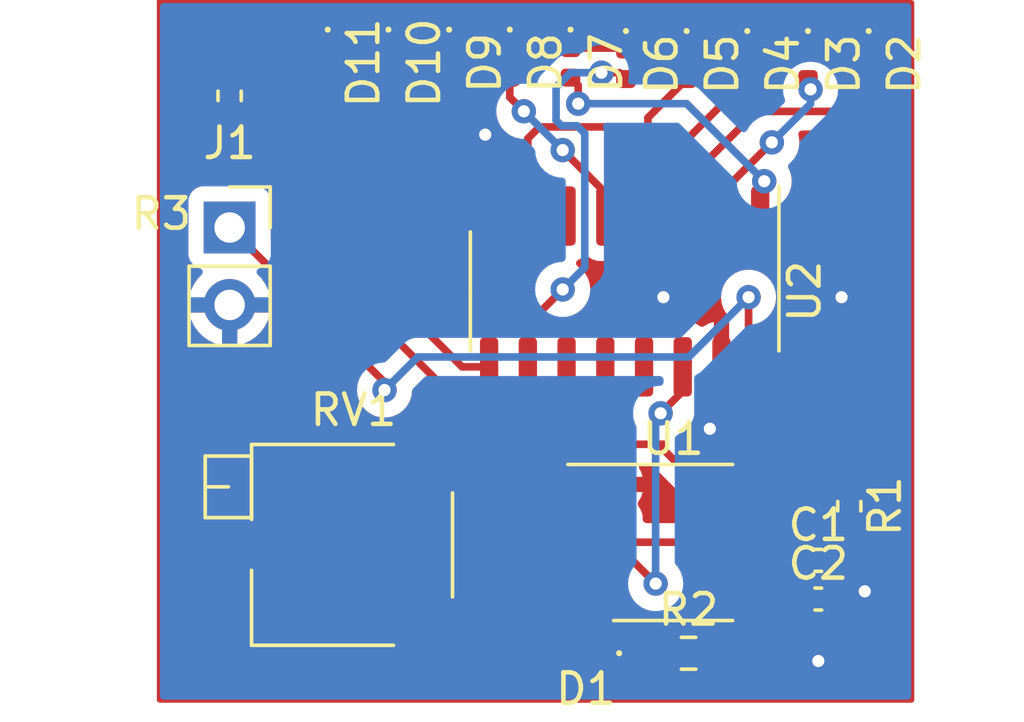
<source format=kicad_pcb>
(kicad_pcb (version 20221018) (generator pcbnew)
  (layers (0 "F.Cu" signal) (31 "B.Cu" signal) (34 "B.Paste" user) (35 "F.Paste" user) (36 "B.SilkS" user "B.Silkscreen") (37 "F.SilkS" user "F.Silkscreen") (38 "B.Mask" user) (39 "F.Mask" user) (44 "Edge.Cuts" user))
  (net 0 "")
  (net 1 "Net-(U1-TH)")
  (net 2 "GND")
  (net 3 "Net-(U1-CV)")
  (net 4 "Net-(D1-K)")
  (net 5 "Net-(D1-A)")
  (net 6 "Net-(D10-K)")
  (net 7 "Net-(D2-A)")
  (net 8 "Net-(D3-A)")
  (net 9 "Net-(D4-A)")
  (net 10 "Net-(D5-A)")
  (net 11 "Net-(D6-A)")
  (net 12 "Net-(D7-A)")
  (net 13 "Net-(D8-A)")
  (net 14 "Net-(D9-A)")
  (net 15 "Net-(D10-A)")
  (net 16 "Net-(D11-A)")
  (net 17 "+5V")
  (net 18 "Net-(U1-DC)")
  (footprint "Diode_SMD:D_0402_1005Metric" (layer "F.Cu") (at 143.004 56.319 -90)
    (fp_text reference "D7" (at 0 -1.17 90) (layer "F.SilkS"))
    (fp_text value "~")
    (fp_circle (center -1.09 0) (end -1.04 0) (stroke (width 0.1)) (fill none) (layer "F.SilkS"))
    (pad "1" smd roundrect (at -0.485 0 270) (size 0.59 0.64) (layers "F.Cu" "F.Paste" "F.Mask") (net 6 "Net-(D10-K)"))
    (pad "2" smd roundrect (at 0.485 0 270) (size 0.59 0.64) (layers "F.Cu" "F.Paste" "F.Mask") (net 12 "Net-(D7-A)"))
  )
  (footprint "Potentiometer_SMD:Potentiometer_Bourns_3269P_Horizontal" (layer "F.Cu") (at 135.89 72.136)
    (fp_text reference "RV1" (at 0 -4.425) (layer "F.SilkS"))
    (fp_text value "10k")
    (fp_line (start -4.865 -2.915) (end -4.865 -0.895) (stroke (width 0.12)) (layer "F.SilkS"))
    (fp_line (start -4.865 -2.915) (end -3.346 -2.915) (stroke (width 0.12)) (layer "F.SilkS"))
    (fp_line (start -4.865 -1.905) (end -4.106 -1.905) (stroke (width 0.12)) (layer "F.SilkS"))
    (fp_line (start -4.865 -0.895) (end -3.346 -0.895) (stroke (width 0.12)) (layer "F.SilkS"))
    (fp_line (start -3.346 -2.915) (end -3.346 -0.895) (stroke (width 0.12)) (layer "F.SilkS"))
    (fp_line (start -3.345 -3.295) (end -3.345 -0.835) (stroke (width 0.12)) (layer "F.SilkS"))
    (fp_line (start -3.345 -3.295) (end 1.31 -3.295) (stroke (width 0.12)) (layer "F.SilkS"))
    (fp_line (start -3.345 0.835) (end -3.345 3.295) (stroke (width 0.12)) (layer "F.SilkS"))
    (fp_line (start -3.345 3.295) (end 1.31 3.295) (stroke (width 0.12)) (layer "F.SilkS"))
    (fp_line (start 3.245 -1.705) (end 3.245 1.705) (stroke (width 0.12)) (layer "F.SilkS"))
    (pad "1" smd rect (at 3.2 -2.54) (size 3.3 1.19) (layers "F.Cu" "F.Paste" "F.Mask") (net 18 "Net-(U1-DC)"))
    (pad "2" smd rect (at -3.2 0) (size 3.3 1.19) (layers "F.Cu" "F.Paste" "F.Mask") (net 1 "Net-(U1-TH)"))
    (pad "3" smd rect (at 3.2 2.54) (size 3.3 1.19) (layers "F.Cu" "F.Paste" "F.Mask") (net 1 "Net-(U1-TH)"))
  )
  (footprint "Diode_SMD:D_0402_1005Metric" (layer "F.Cu") (at 143.51 75.692 180)
    (fp_text reference "D1" (at 0 -1.17) (layer "F.SilkS"))
    (fp_text value "~")
    (fp_circle (center -1.09 0) (end -1.04 0) (stroke (width 0.1)) (fill none) (layer "F.SilkS"))
    (pad "1" smd roundrect (at -0.485 0 180) (size 0.59 0.64) (layers "F.Cu" "F.Paste" "F.Mask") (net 4 "Net-(D1-K)"))
    (pad "2" smd roundrect (at 0.485 0 180) (size 0.59 0.64) (layers "F.Cu" "F.Paste" "F.Mask") (net 5 "Net-(D1-A)"))
  )
  (footprint "Diode_SMD:D_0402_1005Metric" (layer "F.Cu") (at 135.044 56.319 -90)
    (fp_text reference "D11" (at 0 -1.17 90) (layer "F.SilkS"))
    (fp_text value "~")
    (fp_circle (center -1.09 0) (end -1.04 0) (stroke (width 0.1)) (fill none) (layer "F.SilkS"))
    (pad "1" smd roundrect (at -0.485 0 270) (size 0.59 0.64) (layers "F.Cu" "F.Paste" "F.Mask") (net 6 "Net-(D10-K)"))
    (pad "2" smd roundrect (at 0.485 0 270) (size 0.59 0.64) (layers "F.Cu" "F.Paste" "F.Mask") (net 16 "Net-(D11-A)"))
  )
  (footprint "Resistor_SMD:R_0402_1005Metric" (layer "F.Cu") (at 152.146 70.866 -90)
    (fp_text reference "R1" (at 0 -1.17 90) (layer "F.SilkS"))
    (fp_text value "10k")
    (fp_line (start -0.153641 -0.38) (end 0.153641 -0.38) (stroke (width 0.12)) (layer "F.SilkS"))
    (fp_line (start -0.153641 0.38) (end 0.153641 0.38) (stroke (width 0.12)) (layer "F.SilkS"))
    (pad "1" smd roundrect (at -0.51 0 270) (size 0.54 0.64) (layers "F.Cu" "F.Paste" "F.Mask") (net 17 "+5V"))
    (pad "2" smd roundrect (at 0.51 0 270) (size 0.54 0.64) (layers "F.Cu" "F.Paste" "F.Mask") (net 18 "Net-(U1-DC)"))
  )
  (footprint "Package_SO:SOIC-8_3.9x4.9mm_P1.27mm" (layer "F.Cu") (at 146.369 72.058)
    (fp_text reference "U1" (at 0 -3.4) (layer "F.SilkS"))
    (fp_text value "~")
    (fp_line (start 0 -2.56) (end -3.45 -2.56) (stroke (width 0.12)) (layer "F.SilkS"))
    (fp_line (start 0 -2.56) (end 1.95 -2.56) (stroke (width 0.12)) (layer "F.SilkS"))
    (fp_line (start 0 2.56) (end -1.95 2.56) (stroke (width 0.12)) (layer "F.SilkS"))
    (fp_line (start 0 2.56) (end 1.95 2.56) (stroke (width 0.12)) (layer "F.SilkS"))
    (pad "1" smd roundrect (at -2.475 -1.905) (size 1.95 0.6) (layers "F.Cu" "F.Paste" "F.Mask") (net 2 "GND"))
    (pad "2" smd roundrect (at -2.475 -0.635) (size 1.95 0.6) (layers "F.Cu" "F.Paste" "F.Mask") (net 1 "Net-(U1-TH)"))
    (pad "3" smd roundrect (at -2.475 0.635) (size 1.95 0.6) (layers "F.Cu" "F.Paste" "F.Mask") (net 5 "Net-(D1-A)"))
    (pad "4" smd roundrect (at -2.475 1.905) (size 1.95 0.6) (layers "F.Cu" "F.Paste" "F.Mask") (net 17 "+5V"))
    (pad "5" smd roundrect (at 2.475 1.905) (size 1.95 0.6) (layers "F.Cu" "F.Paste" "F.Mask") (net 3 "Net-(U1-CV)"))
    (pad "6" smd roundrect (at 2.475 0.635) (size 1.95 0.6) (layers "F.Cu" "F.Paste" "F.Mask") (net 1 "Net-(U1-TH)"))
    (pad "7" smd roundrect (at 2.475 -0.635) (size 1.95 0.6) (layers "F.Cu" "F.Paste" "F.Mask") (net 18 "Net-(U1-DC)"))
    (pad "8" smd roundrect (at 2.475 -1.905) (size 1.95 0.6) (layers "F.Cu" "F.Paste" "F.Mask") (net 17 "+5V"))
  )
  (footprint "Diode_SMD:D_0402_1005Metric" (layer "F.Cu") (at 141.014 56.319 -90)
    (fp_text reference "D8" (at 0 -1.17 90) (layer "F.SilkS"))
    (fp_text value "~")
    (fp_circle (center -1.09 0) (end -1.04 0) (stroke (width 0.1)) (fill none) (layer "F.SilkS"))
    (pad "1" smd roundrect (at -0.485 0 270) (size 0.59 0.64) (layers "F.Cu" "F.Paste" "F.Mask") (net 6 "Net-(D10-K)"))
    (pad "2" smd roundrect (at 0.485 0 270) (size 0.59 0.64) (layers "F.Cu" "F.Paste" "F.Mask") (net 13 "Net-(D8-A)"))
  )
  (footprint "Resistor_SMD:R_0603_1608Metric" (layer "F.Cu") (at 146.875 75.692)
    (fp_text reference "R2" (at 0 -1.43) (layer "F.SilkS"))
    (fp_text value "680R")
    (fp_line (start -0.237258 -0.5225) (end 0.237258 -0.5225) (stroke (width 0.12)) (layer "F.SilkS"))
    (fp_line (start -0.237258 0.5225) (end 0.237258 0.5225) (stroke (width 0.12)) (layer "F.SilkS"))
    (pad "1" smd roundrect (at -0.825 0) (size 0.8 0.95) (layers "F.Cu" "F.Paste" "F.Mask") (net 4 "Net-(D1-K)"))
    (pad "2" smd roundrect (at 0.825 0) (size 0.8 0.95) (layers "F.Cu" "F.Paste" "F.Mask") (net 2 "GND"))
  )
  (footprint "Diode_SMD:D_0402_1005Metric" (layer "F.Cu") (at 137.034 56.319 -90)
    (fp_text reference "D10" (at 0 -1.17 90) (layer "F.SilkS"))
    (fp_text value "~")
    (fp_circle (center -1.09 0) (end -1.04 0) (stroke (width 0.1)) (fill none) (layer "F.SilkS"))
    (pad "1" smd roundrect (at -0.485 0 270) (size 0.59 0.64) (layers "F.Cu" "F.Paste" "F.Mask") (net 6 "Net-(D10-K)"))
    (pad "2" smd roundrect (at 0.485 0 270) (size 0.59 0.64) (layers "F.Cu" "F.Paste" "F.Mask") (net 15 "Net-(D10-A)"))
  )
  (footprint "Diode_SMD:D_0402_1005Metric" (layer "F.Cu") (at 150.792 56.365 -90)
    (fp_text reference "D3" (at 0 -1.17 90) (layer "F.SilkS"))
    (fp_text value "~")
    (fp_circle (center -1.09 0) (end -1.04 0) (stroke (width 0.1)) (fill none) (layer "F.SilkS"))
    (pad "1" smd roundrect (at -0.485 0 270) (size 0.59 0.64) (layers "F.Cu" "F.Paste" "F.Mask") (net 6 "Net-(D10-K)"))
    (pad "2" smd roundrect (at 0.485 0 270) (size 0.59 0.64) (layers "F.Cu" "F.Paste" "F.Mask") (net 8 "Net-(D3-A)"))
  )
  (footprint "Diode_SMD:D_0402_1005Metric" (layer "F.Cu") (at 144.822 56.365 -90)
    (fp_text reference "D6" (at 0 -1.17 90) (layer "F.SilkS"))
    (fp_text value "~")
    (fp_circle (center -1.09 0) (end -1.04 0) (stroke (width 0.1)) (fill none) (layer "F.SilkS"))
    (pad "1" smd roundrect (at -0.485 0 270) (size 0.59 0.64) (layers "F.Cu" "F.Paste" "F.Mask") (net 6 "Net-(D10-K)"))
    (pad "2" smd roundrect (at 0.485 0 270) (size 0.59 0.64) (layers "F.Cu" "F.Paste" "F.Mask") (net 11 "Net-(D6-A)"))
  )
  (footprint "Connector_PinSocket_2.54mm:PinSocket_1x02_P2.54mm_Vertical" (layer "F.Cu") (at 131.826 61.722)
    (fp_text reference "J1" (at 0 -2.77) (layer "F.SilkS"))
    (fp_text value "Conn_01x02_Socket")
    (fp_line (start -1.33 1.27) (end -1.33 3.87) (stroke (width 0.12)) (layer "F.SilkS"))
    (fp_line (start -1.33 1.27) (end 1.33 1.27) (stroke (width 0.12)) (layer "F.SilkS"))
    (fp_line (start -1.33 3.87) (end 1.33 3.87) (stroke (width 0.12)) (layer "F.SilkS"))
    (fp_line (start 0 -1.33) (end 1.33 -1.33) (stroke (width 0.12)) (layer "F.SilkS"))
    (fp_line (start 1.33 -1.33) (end 1.33 0) (stroke (width 0.12)) (layer "F.SilkS"))
    (fp_line (start 1.33 1.27) (end 1.33 3.87) (stroke (width 0.12)) (layer "F.SilkS"))
    (pad "1" thru_hole rect (at 0 0) (size 1.7 1.7) (drill 1) (layers "*.Cu" "*.Mask") (net 17 "+5V"))
    (pad "2" thru_hole oval (at 0 2.54) (size 1.7 1.7) (drill 1) (layers "*.Cu" "*.Mask") (net 2 "GND"))
  )
  (footprint "Capacitor_SMD:C_0402_1005Metric" (layer "F.Cu") (at 151.13 72.644)
    (fp_text reference "C1" (at 0 -1.16) (layer "F.SilkS"))
    (fp_text value "10uF")
    (fp_line (start -0.107836 -0.36) (end 0.107836 -0.36) (stroke (width 0.12)) (layer "F.SilkS"))
    (fp_line (start -0.107836 0.36) (end 0.107836 0.36) (stroke (width 0.12)) (layer "F.SilkS"))
    (pad "1" smd roundrect (at -0.48 0) (size 0.56 0.62) (layers "F.Cu" "F.Paste" "F.Mask") (net 1 "Net-(U1-TH)"))
    (pad "2" smd roundrect (at 0.48 0) (size 0.56 0.62) (layers "F.Cu" "F.Paste" "F.Mask") (net 2 "GND"))
  )
  (footprint "Diode_SMD:D_0402_1005Metric" (layer "F.Cu") (at 152.782 56.365 -90)
    (fp_text reference "D2" (at 0 -1.17 90) (layer "F.SilkS"))
    (fp_text value "~")
    (fp_circle (center -1.09 0) (end -1.04 0) (stroke (width 0.1)) (fill none) (layer "F.SilkS"))
    (pad "1" smd roundrect (at -0.485 0 270) (size 0.59 0.64) (layers "F.Cu" "F.Paste" "F.Mask") (net 6 "Net-(D10-K)"))
    (pad "2" smd roundrect (at 0.485 0 270) (size 0.59 0.64) (layers "F.Cu" "F.Paste" "F.Mask") (net 7 "Net-(D2-A)"))
  )
  (footprint "Diode_SMD:D_0402_1005Metric" (layer "F.Cu") (at 139.024 56.319 -90)
    (fp_text reference "D9" (at 0 -1.17 90) (layer "F.SilkS"))
    (fp_text value "~")
    (fp_circle (center -1.09 0) (end -1.04 0) (stroke (width 0.1)) (fill none) (layer "F.SilkS"))
    (pad "1" smd roundrect (at -0.485 0 270) (size 0.59 0.64) (layers "F.Cu" "F.Paste" "F.Mask") (net 6 "Net-(D10-K)"))
    (pad "2" smd roundrect (at 0.485 0 270) (size 0.59 0.64) (layers "F.Cu" "F.Paste" "F.Mask") (net 14 "Net-(D9-A)"))
  )
  (footprint "Diode_SMD:D_0402_1005Metric" (layer "F.Cu") (at 146.812 56.365 -90)
    (fp_text reference "D5" (at 0 -1.17 90) (layer "F.SilkS"))
    (fp_text value "~")
    (fp_circle (center -1.09 0) (end -1.04 0) (stroke (width 0.1)) (fill none) (layer "F.SilkS"))
    (pad "1" smd roundrect (at -0.485 0 270) (size 0.59 0.64) (layers "F.Cu" "F.Paste" "F.Mask") (net 6 "Net-(D10-K)"))
    (pad "2" smd roundrect (at 0.485 0 270) (size 0.59 0.64) (layers "F.Cu" "F.Paste" "F.Mask") (net 10 "Net-(D5-A)"))
  )
  (footprint "Package_SO:SOIC-16_3.9x9.9mm_P1.27mm" (layer "F.Cu") (at 144.78 63.819 -90)
    (fp_text reference "U2" (at 0 -5.9 90) (layer "F.SilkS"))
    (fp_text value "4017")
    (fp_line (start 0 -5.06) (end -3.45 -5.06) (stroke (width 0.12)) (layer "F.SilkS"))
    (fp_line (start 0 -5.06) (end 1.95 -5.06) (stroke (width 0.12)) (layer "F.SilkS"))
    (fp_line (start 0 5.06) (end -1.95 5.06) (stroke (width 0.12)) (layer "F.SilkS"))
    (fp_line (start 0 5.06) (end 1.95 5.06) (stroke (width 0.12)) (layer "F.SilkS"))
    (pad "1" smd roundrect (at -2.475 -4.445 270) (size 1.95 0.6) (layers "F.Cu" "F.Paste" "F.Mask") (net 12 "Net-(D7-A)"))
    (pad "2" smd roundrect (at -2.475 -3.175 270) (size 1.95 0.6) (layers "F.Cu" "F.Paste" "F.Mask") (net 8 "Net-(D3-A)"))
    (pad "3" smd roundrect (at -2.475 -1.905 270) (size 1.95 0.6) (layers "F.Cu" "F.Paste" "F.Mask") (net 7 "Net-(D2-A)"))
    (pad "4" smd roundrect (at -2.475 -0.635 270) (size 1.95 0.6) (layers "F.Cu" "F.Paste" "F.Mask") (net 9 "Net-(D4-A)"))
    (pad "5" smd roundrect (at -2.475 0.635 270) (size 1.95 0.6) (layers "F.Cu" "F.Paste" "F.Mask") (net 13 "Net-(D8-A)"))
    (pad "6" smd roundrect (at -2.475 1.905 270) (size 1.95 0.6) (layers "F.Cu" "F.Paste" "F.Mask") (net 14 "Net-(D9-A)"))
    (pad "7" smd roundrect (at -2.475 3.175 270) (size 1.95 0.6) (layers "F.Cu" "F.Paste" "F.Mask") (net 10 "Net-(D5-A)"))
    (pad "8" smd roundrect (at -2.475 4.445 270) (size 1.95 0.6) (layers "F.Cu" "F.Paste" "F.Mask") (net 2 "GND"))
    (pad "9" smd roundrect (at 2.475 4.445 270) (size 1.95 0.6) (layers "F.Cu" "F.Paste" "F.Mask") (net 15 "Net-(D10-A)"))
    (pad "10" smd roundrect (at 2.475 3.175 270) (size 1.95 0.6) (layers "F.Cu" "F.Paste" "F.Mask") (net 11 "Net-(D6-A)"))
    (pad "11" smd roundrect (at 2.475 1.905 270) (size 1.95 0.6) (layers "F.Cu" "F.Paste" "F.Mask") (net 16 "Net-(D11-A)"))
    (pad "12" smd roundrect (at 2.475 0.635 270) (size 1.95 0.6) (layers "F.Cu" "F.Paste" "F.Mask"))
    (pad "13" smd roundrect (at 2.475 -0.635 270) (size 1.95 0.6) (layers "F.Cu" "F.Paste" "F.Mask") (net 2 "GND"))
    (pad "14" smd roundrect (at 2.475 -1.905 270) (size 1.95 0.6) (layers "F.Cu" "F.Paste" "F.Mask") (net 5 "Net-(D1-A)"))
    (pad "15" smd roundrect (at 2.475 -3.175 270) (size 1.95 0.6) (layers "F.Cu" "F.Paste" "F.Mask") (net 2 "GND"))
    (pad "16" smd roundrect (at 2.475 -4.445 270) (size 1.95 0.6) (layers "F.Cu" "F.Paste" "F.Mask") (net 17 "+5V"))
  )
  (footprint "Diode_SMD:D_0402_1005Metric" (layer "F.Cu") (at 148.802 56.365 -90)
    (fp_text reference "D4" (at 0 -1.17 90) (layer "F.SilkS"))
    (fp_text value "~")
    (fp_circle (center -1.09 0) (end -1.04 0) (stroke (width 0.1)) (fill none) (layer "F.SilkS"))
    (pad "1" smd roundrect (at -0.485 0 270) (size 0.59 0.64) (layers "F.Cu" "F.Paste" "F.Mask") (net 6 "Net-(D10-K)"))
    (pad "2" smd roundrect (at 0.485 0 270) (size 0.59 0.64) (layers "F.Cu" "F.Paste" "F.Mask") (net 9 "Net-(D4-A)"))
  )
  (footprint "Capacitor_SMD:C_0402_1005Metric" (layer "F.Cu") (at 151.13 73.914)
    (fp_text reference "C2" (at 0 -1.16) (layer "F.SilkS"))
    (fp_text value "0.01uF")
    (fp_line (start -0.107836 -0.36) (end 0.107836 -0.36) (stroke (width 0.12)) (layer "F.SilkS"))
    (fp_line (start -0.107836 0.36) (end 0.107836 0.36) (stroke (width 0.12)) (layer "F.SilkS"))
    (pad "1" smd roundrect (at -0.48 0) (size 0.56 0.62) (layers "F.Cu" "F.Paste" "F.Mask") (net 3 "Net-(U1-CV)"))
    (pad "2" smd roundrect (at 0.48 0) (size 0.56 0.62) (layers "F.Cu" "F.Paste" "F.Mask") (net 2 "GND"))
  )
  (footprint "Resistor_SMD:R_0402_1005Metric" (layer "F.Cu") (at 131.826 57.402 90)
    (fp_text reference "R3" (at -3.87 -2.244) (layer "F.SilkS"))
    (fp_text value "680R")
    (fp_line (start -0.153641 -0.38) (end 0.153641 -0.38) (stroke (width 0.12)) (layer "F.SilkS"))
    (fp_line (start -0.153641 0.38) (end 0.153641 0.38) (stroke (width 0.12)) (layer "F.SilkS"))
    (pad "1" smd roundrect (at -0.51 0 90) (size 0.54 0.64) (layers "F.Cu" "F.Paste" "F.Mask") (net 2 "GND"))
    (pad "2" smd roundrect (at 0.51 0 90) (size 0.54 0.64) (layers "F.Cu" "F.Paste" "F.Mask") (net 6 "Net-(D10-K)"))
  )
  (gr_rect (start 129.54 54.356) (end 154.178 77.216) (stroke (width 0.2)) (fill none) (layer "F.Cu"))
  (segment (start 146.558 67.818) (end 146.558 66.294) (width 0) (layer "B.Cu") (net 0))
  (segment (start 143.894 71.423) (end 142.343 71.423) (width 0.25) (layer "F.Cu") (net 1))
  (segment (start 148.199 72.048) (end 148.844 72.693) (width 0.25) (layer "F.Cu") (net 1))
  (segment (start 136.55 72.136) (end 139.09 74.676) (width 0.25) (layer "F.Cu") (net 1))
  (segment (start 144.519 72.048) (end 148.199 72.048) (width 0.25) (layer "F.Cu") (net 1))
  (segment (start 132.69 72.136) (end 136.55 72.136) (width 0.25) (layer "F.Cu") (net 1))
  (segment (start 143.894 71.423) (end 144.519 72.048) (width 0.25) (layer "F.Cu") (net 1))
  (segment (start 150.65 72.644) (end 148.893 72.644) (width 0.25) (layer "F.Cu") (net 1))
  (segment (start 148.893 72.644) (end 148.844 72.693) (width 0.25) (layer "F.Cu") (net 1))
  (segment (start 142.343 71.423) (end 139.09 74.676) (width 0.25) (layer "F.Cu") (net 1))
  (segment (start 152.4 73.914) (end 152.654 73.66) (width 0.25) (layer "F.Cu") (net 2))
  (segment (start 151.61 73.914) (end 152.4 73.914) (width 0.25) (layer "F.Cu") (net 2))
  (via (at 151.892 64.008) (size 0.8) (drill 0.4) (layers "F.Cu" "B.Cu") (net 2))
  (via (at 152.654 73.66) (size 0.8) (drill 0.4) (layers "F.Cu" "B.Cu") (net 2))
  (via (at 147.574 68.326) (size 0.8) (drill 0.4) (layers "F.Cu" "B.Cu") (net 2))
  (via (at 151.13 75.946) (size 0.8) (drill 0.4) (layers "F.Cu" "B.Cu") (net 2))
  (via (at 140.208 58.674) (size 0.8) (drill 0.4) (layers "F.Cu" "B.Cu") (net 2))
  (via (at 146.05 64.008) (size 0.8) (drill 0.4) (layers "F.Cu" "B.Cu") (net 2))
  (segment (start 148.844 73.963) (end 150.601 73.963) (width 0.25) (layer "F.Cu") (net 3))
  (segment (start 150.601 73.963) (end 150.65 73.914) (width 0.25) (layer "F.Cu") (net 3))
  (segment (start 143.995 75.692) (end 146.05 75.692) (width 0.25) (layer "F.Cu") (net 4))
  (segment (start 142.953 72.693) (end 143.894 72.693) (width 0.25) (layer "F.Cu") (net 5))
  (segment (start 142.594 73.052) (end 142.953 72.693) (width 0.25) (layer "F.Cu") (net 5))
  (segment (start 145.796 73.406) (end 145.083 72.693) (width 0.25) (layer "F.Cu") (net 5))
  (segment (start 146.685 66.294) (end 146.685 67.0915) (width 0.25) (layer "F.Cu") (net 5))
  (segment (start 142.594 75.261) (end 142.594 73.052) (width 0.25) (layer "F.Cu") (net 5))
  (segment (start 143.025 75.692) (end 142.594 75.261) (width 0.25) (layer "F.Cu") (net 5))
  (segment (start 145.083 72.693) (end 143.894 72.693) (width 0.25) (layer "F.Cu") (net 5))
  (segment (start 146.685 67.0915) (end 145.9585 67.818) (width 0.25) (layer "F.Cu") (net 5))
  (via (at 145.9585 67.818) (size 0.8) (drill 0.4) (layers "F.Cu" "B.Cu") (net 5))
  (via (at 145.796 73.406) (size 0.8) (drill 0.4) (layers "F.Cu" "B.Cu") (net 5))
  (segment (start 145.796 67.9805) (end 145.796 72.898) (width 0.25) (layer "B.Cu") (net 5))
  (segment (start 145.796 72.898) (end 145.796 73.406) (width 0.25) (layer "B.Cu") (net 5))
  (segment (start 145.9585 67.818) (end 145.796 67.9805) (width 0.25) (layer "B.Cu") (net 5))
  (segment (start 144.822 55.88) (end 146.812 55.88) (width 0.25) (layer "F.Cu") (net 6))
  (segment (start 141.014 55.834) (end 143.004 55.834) (width 0.25) (layer "F.Cu") (net 6))
  (segment (start 150.792 55.88) (end 152.782 55.88) (width 0.25) (layer "F.Cu") (net 6))
  (segment (start 144.776 55.834) (end 144.822 55.88) (width 0.25) (layer "F.Cu") (net 6))
  (segment (start 131.826 56.892) (end 132.884 55.834) (width 0.25) (layer "F.Cu") (net 6))
  (segment (start 139.024 55.834) (end 141.014 55.834) (width 0.25) (layer "F.Cu") (net 6))
  (segment (start 146.812 55.88) (end 148.802 55.88) (width 0.25) (layer "F.Cu") (net 6))
  (segment (start 143.004 55.834) (end 144.776 55.834) (width 0.25) (layer "F.Cu") (net 6))
  (segment (start 148.802 55.88) (end 150.792 55.88) (width 0.25) (layer "F.Cu") (net 6))
  (segment (start 132.884 55.834) (end 135.044 55.834) (width 0.25) (layer "F.Cu") (net 6))
  (segment (start 137.034 55.834) (end 139.024 55.834) (width 0.25) (layer "F.Cu") (net 6))
  (segment (start 135.044 55.834) (end 137.034 55.834) (width 0.25) (layer "F.Cu") (net 6))
  (segment (start 146.685 60.325) (end 149.098 57.912) (width 0.25) (layer "F.Cu") (net 7))
  (segment (start 151.72 57.912) (end 152.782 56.85) (width 0.25) (layer "F.Cu") (net 7))
  (segment (start 149.098 57.912) (end 151.72 57.912) (width 0.25) (layer "F.Cu") (net 7))
  (segment (start 146.685 61.344) (end 146.685 60.325) (width 0.25) (layer "F.Cu") (net 7))
  (segment (start 150.876 57.1875) (end 150.876 56.934) (width 0.25) (layer "F.Cu") (net 8))
  (segment (start 147.185 67.198975) (end 147.185 66.229) (width 0) (layer "F.Cu") (net 8))
  (segment (start 150.876 56.934) (end 150.792 56.85) (width 0.25) (layer "F.Cu") (net 8))
  (segment (start 147.955 61.344) (end 147.955 60.579) (width 0.25) (layer "F.Cu") (net 8))
  (segment (start 147.955 60.579) (end 149.606 58.928) (width 0.25) (layer "F.Cu") (net 8))
  (segment (start 146.565975 67.818) (end 147.185 67.198975) (width 0) (layer "F.Cu") (net 8))
  (segment (start 146.558 67.818) (end 146.565975 67.818) (width 0) (layer "F.Cu") (net 8))
  (via (at 150.876 57.1875) (size 0.8) (drill 0.4) (layers "F.Cu" "B.Cu") (net 8))
  (via (at 149.606 58.928) (size 0.8) (drill 0.4) (layers "F.Cu" "B.Cu") (net 8))
  (segment (start 149.606 58.928) (end 150.876 57.658) (width 0.25) (layer "B.Cu") (net 8))
  (segment (start 150.876 57.658) (end 150.876 57.1875) (width 0.25) (layer "B.Cu") (net 8))
  (segment (start 145.415 60.237) (end 148.802 56.85) (width 0.25) (layer "F.Cu") (net 9))
  (segment (start 145.415 61.344) (end 145.415 60.237) (width 0.25) (layer "F.Cu") (net 9))
  (segment (start 141.605 58.801) (end 141.986 58.42) (width 0.25) (layer "F.Cu") (net 10))
  (segment (start 145.542 58.42) (end 145.542 58.12) (width 0.25) (layer "F.Cu") (net 10))
  (segment (start 141.986 58.42) (end 145.542 58.42) (width 0.25) (layer "F.Cu") (net 10))
  (segment (start 141.605 61.344) (end 141.605 58.801) (width 0.25) (layer "F.Cu") (net 10))
  (segment (start 145.542 58.12) (end 146.812 56.85) (width 0.25) (layer "F.Cu") (net 10))
  (segment (start 141.605 64.897) (end 142.748 63.754) (width 0.25) (layer "F.Cu") (net 11))
  (segment (start 141.605 66.294) (end 141.605 64.897) (width 0.25) (layer "F.Cu") (net 11))
  (segment (start 144.018 56.642) (end 144.614 56.642) (width 0.25) (layer "F.Cu") (net 11))
  (segment (start 144.614 56.642) (end 144.822 56.85) (width 0.25) (layer "F.Cu") (net 11))
  (via (at 144.018 56.642) (size 0.8) (drill 0.4) (layers "F.Cu" "B.Cu") (net 11))
  (via (at 142.748 63.754) (size 0.8) (drill 0.4) (layers "F.Cu" "B.Cu") (net 11))
  (segment (start 143.219 58.383) (end 142.711 58.383) (width 0.25) (layer "B.Cu") (net 11))
  (segment (start 143.473 58.637) (end 143.219 58.383) (width 0.25) (layer "B.Cu") (net 11))
  (segment (start 143.473 63.029) (end 143.473 58.637) (width 0.25) (layer "B.Cu") (net 11))
  (segment (start 143.002 56.642) (end 144.018 56.642) (width 0.25) (layer "B.Cu") (net 11))
  (segment (start 142.711 58.383) (end 142.531 58.203) (width 0.25) (layer "B.Cu") (net 11))
  (segment (start 142.531 58.203) (end 142.531 57.113) (width 0.25) (layer "B.Cu") (net 11))
  (segment (start 142.748 63.754) (end 143.473 63.029) (width 0.25) (layer "B.Cu") (net 11))
  (segment (start 142.531 57.113) (end 143.002 56.642) (width 0.25) (layer "B.Cu") (net 11))
  (segment (start 143.256 57.056) (end 143.004 56.804) (width 0.25) (layer "F.Cu") (net 12))
  (segment (start 149.225 61.344) (end 149.225 60.333598) (width 0.25) (layer "F.Cu") (net 12))
  (segment (start 143.256 57.658) (end 143.256 57.056) (width 0.25) (layer "F.Cu") (net 12))
  (segment (start 149.225 60.333598) (end 149.356299 60.202299) (width 0.25) (layer "F.Cu") (net 12))
  (via (at 143.256 57.658) (size 0.8) (drill 0.4) (layers "F.Cu" "B.Cu") (net 12))
  (via (at 149.356299 60.202299) (size 0.8) (drill 0.4) (layers "F.Cu" "B.Cu") (net 12))
  (segment (start 146.812 57.658) (end 143.256 57.658) (width 0.25) (layer "B.Cu") (net 12))
  (segment (start 149.356299 60.202299) (end 146.812 57.658) (width 0.25) (layer "B.Cu") (net 12))
  (segment (start 141.014 56.804) (end 141.014 57.448) (width 0.25) (layer "F.Cu") (net 13))
  (segment (start 144.145 61.344) (end 144.145 60.579) (width 0.25) (layer "F.Cu") (net 13))
  (segment (start 141.014 57.448) (end 141.473701 57.907701) (width 0.25) (layer "F.Cu") (net 13))
  (segment (start 144.145 60.579) (end 142.748 59.182) (width 0.25) (layer "F.Cu") (net 13))
  (via (at 141.473701 57.907701) (size 0.8) (drill 0.4) (layers "F.Cu" "B.Cu") (net 13))
  (via (at 142.748 59.182) (size 0.8) (drill 0.4) (layers "F.Cu" "B.Cu") (net 13))
  (segment (start 142.748 59.182) (end 141.473701 57.907701) (width 0.25) (layer "B.Cu") (net 13))
  (segment (start 139.024 56.804) (end 139.024 62.062) (width 0.25) (layer "F.Cu") (net 14))
  (segment (start 142.875 61.720751) (end 142.875 61.344) (width 0.25) (layer "F.Cu") (net 14))
  (segment (start 139.024 62.062) (end 139.954 62.992) (width 0.25) (layer "F.Cu") (net 14))
  (segment (start 139.954 62.992) (end 141.603751 62.992) (width 0.25) (layer "F.Cu") (net 14))
  (segment (start 141.603751 62.992) (end 142.875 61.720751) (width 0.25) (layer "F.Cu") (net 14))
  (segment (start 137.034 63.882) (end 137.034 56.804) (width 0.25) (layer "F.Cu") (net 15))
  (segment (start 139.446 66.294) (end 137.034 63.882) (width 0.25) (layer "F.Cu") (net 15))
  (segment (start 140.335 66.294) (end 139.446 66.294) (width 0.25) (layer "F.Cu") (net 15))
  (segment (start 142.875 66.294) (end 142.875 67.183) (width 0.25) (layer "F.Cu") (net 16))
  (segment (start 139.476 67.594) (end 135.044 63.162) (width 0.25) (layer "F.Cu") (net 16))
  (segment (start 135.044 63.162) (end 135.044 56.804) (width 0.25) (layer "F.Cu") (net 16))
  (segment (start 142.875 67.183) (end 142.464 67.594) (width 0.25) (layer "F.Cu") (net 16))
  (segment (start 142.464 67.594) (end 139.476 67.594) (width 0.25) (layer "F.Cu") (net 16))
  (segment (start 153.416 73.923305) (end 153.416 71.626) (width 0.25) (layer "F.Cu") (net 17))
  (segment (start 152.751305 74.588) (end 153.416 73.923305) (width 0.25) (layer "F.Cu") (net 17))
  (segment (start 149.047 70.356) (end 148.844 70.153) (width 0.25) (layer "F.Cu") (net 17))
  (segment (start 148.844 64.008) (end 148.844 65.913) (width 0.25) (layer "F.Cu") (net 17))
  (segment (start 153.416 71.626) (end 152.146 70.356) (width 0.25) (layer "F.Cu") (net 17))
  (segment (start 148.844 70.153) (end 148.844 66.61) (width 0.25) (layer "F.Cu") (net 17))
  (segment (start 152.146 70.356) (end 149.047 70.356) (width 0.25) (layer "F.Cu") (net 17))
  (segment (start 136.906 66.802) (end 136.906 67.056) (width 0.25) (layer "F.Cu") (net 17))
  (segment (start 148.844 66.61) (end 149.225 66.229) (width 0.25) (layer "F.Cu") (net 17))
  (segment (start 131.826 61.722) (end 136.906 66.802) (width 0.25) (layer "F.Cu") (net 17))
  (segment (start 143.894 73.963) (end 144.519 74.588) (width 0.25) (layer "F.Cu") (net 17))
  (segment (start 144.519 74.588) (end 152.751305 74.588) (width 0.25) (layer "F.Cu") (net 17))
  (segment (start 148.844 65.913) (end 149.225 66.294) (width 0.25) (layer "F.Cu") (net 17))
  (via (at 148.844 64.008) (size 0.8) (drill 0.4) (layers "F.Cu" "B.Cu") (net 17))
  (via (at 136.906 67.056) (size 0.8) (drill 0.4) (layers "F.Cu" "B.Cu") (net 17))
  (segment (start 136.906 67.056) (end 137.993 65.969) (width 0.25) (layer "B.Cu") (net 17))
  (segment (start 137.993 65.969) (end 146.883 65.969) (width 0.25) (layer "B.Cu") (net 17))
  (segment (start 146.883 65.969) (end 148.844 64.008) (width 0.25) (layer "B.Cu") (net 17))
  (segment (start 146.05 69.005751) (end 148.467249 71.423) (width 0.25) (layer "F.Cu") (net 18))
  (segment (start 148.467249 71.423) (end 148.844 71.423) (width 0.25) (layer "F.Cu") (net 18))
  (segment (start 146.05 68.834) (end 146.05 69.005751) (width 0.25) (layer "F.Cu") (net 18))
  (segment (start 139.09 69.596) (end 139.852 68.834) (width 0.25) (layer "F.Cu") (net 18))
  (segment (start 152.146 71.376) (end 148.891 71.376) (width 0.25) (layer "F.Cu") (net 18))
  (segment (start 148.891 71.376) (end 148.844 71.423) (width 0.25) (layer "F.Cu") (net 18))
  (segment (start 139.852 68.834) (end 146.05 68.834) (width 0.25) (layer "F.Cu") (net 18))
  (zone (net 2) (net_name "GND") (layers "F&B.Cu") (connect_pads (clearance 0.5)) (min_thickness 0.25) (fill yes (thermal_gap 0.5) (thermal_bridge_width 0.5))
    (polygon (pts (xy 154.178 77.216) (xy 154.178 54.356) (xy 129.54 54.356) (xy 129.54 77.216)))
  )
)
</source>
